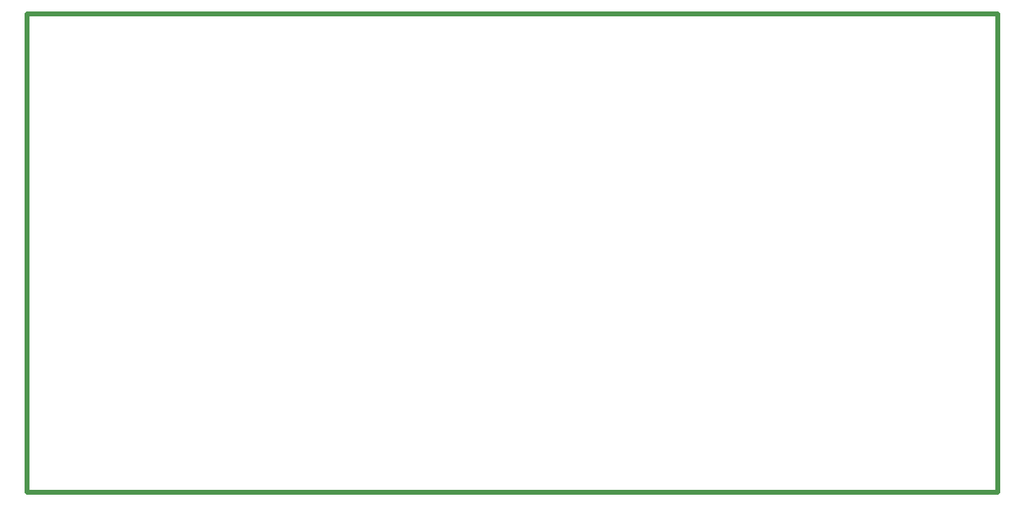
<source format=gko>
*%FSLAX25Y25*%
*%MOIN*%
G01*
%ADD11C,0.00600*%
%ADD12C,0.00733*%
%ADD13C,0.00800*%
%ADD14C,0.01000*%
%ADD15C,0.01200*%
%ADD16C,0.01500*%
%ADD17C,0.02000*%
%ADD18C,0.02500*%
%ADD19C,0.03000*%
%ADD20C,0.03000*%
%ADD21O,0.03000X0.08000*%
%ADD22O,0.03800X0.08800*%
%ADD23C,0.04000*%
%ADD24C,0.04000*%
%ADD25C,0.05000*%
%ADD26C,0.06000*%
%ADD27C,0.06800*%
%ADD28C,0.07000*%
%ADD29C,0.08000*%
%ADD30C,0.08000*%
%ADD31C,0.08800*%
%ADD32O,0.09000X0.07000*%
%ADD33O,0.09800X0.07800*%
%ADD34C,0.10000*%
%ADD35C,0.10000*%
%ADD36C,0.12000*%
%ADD37C,0.12000*%
%ADD38C,0.12500*%
%ADD39C,0.12800*%
%ADD40O,0.15000X0.12000*%
%ADD41O,0.15800X0.12800*%
%ADD42C,0.16500*%
%ADD43C,0.25000*%
%ADD44R,0.04000X0.04000*%
%ADD45R,0.04800X0.04800*%
%ADD46R,0.05000X0.04000*%
%ADD47R,0.05800X0.04800*%
%ADD48R,0.06000X0.06000*%
%ADD49R,0.06000X0.10000*%
%ADD50R,0.06800X0.06800*%
%ADD51R,0.06800X0.10800*%
%ADD52R,0.08000X0.20000*%
%ADD53R,0.08800X0.20800*%
%ADD54R,0.10000X0.06000*%
%ADD55R,0.10000X0.10000*%
%ADD56R,0.10000X0.24000*%
%ADD57R,0.10800X0.06800*%
%ADD58R,0.10800X0.24800*%
%ADD59R,0.12000X0.06000*%
%ADD60R,0.12800X0.06800*%
%ADD61R,0.20000X0.20000*%
D17*
X800500Y897500D02*
X1195500D01*
Y702500D01*
X800500D02*
Y897500D01*
Y702500D02*
X1195500D01*
D02*
M02*

</source>
